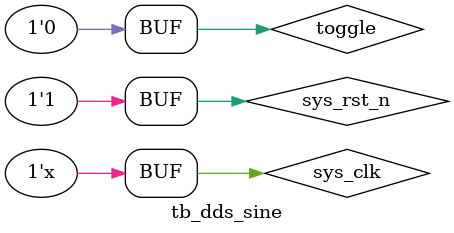
<source format=v>
`timescale 1ns/1ns

module tb_dds_sine();

reg sys_clk;
reg sys_rst_n;
reg toggle;

wire [15:0] sine_out_1MHZ;
wire [15:0] sine_out_2MHZ;
wire [15:0] sine_out_4MHZ;
wire [15:0] sine_out_5MHZ;

initial begin
    sys_clk = 1'b1;
    sys_rst_n <= 1'b0;
    toggle <=1'b0;
    #30
    sys_rst_n <=1'b1;
    #10
    toggle <= 1'b1;
    #20
    toggle <= 1'b0;
end

always #10 sys_clk = ~sys_clk;

dds_sine 
#(
    . SINE_FREQ ( 'd1_000_000       ), //目标正弦波频率1MHZ
    .INCLK_FREQ ( 'd50_000_000      ),//输入时钟频率1MHZ
    .SAMPLE_MAX ( 'd1024            )

)
dds_sine_1MHZ
(
    .sys_clk     (sys_clk   ),
    .sys_rst_n   (sys_rst_n ),
    .toggle      (toggle    ),

    .sine_out    (sine_out_1MHZ  )
);


dds_sine 
#(
    . SINE_FREQ ( 'd2_000_000       ), //目标正弦波频率1MHZ
    .INCLK_FREQ ( 'd50_000_000      ),//输入时钟频率1MHZ
    .SAMPLE_MAX ( 'd1024            )

)
dds_sine_2MHZ
(
    .sys_clk     (sys_clk   ),
    .sys_rst_n   (sys_rst_n ),
    .toggle      (toggle    ),

    .sine_out    (sine_out_2MHZ  )
);

dds_sine 
#(
    . SINE_FREQ ( 'd4_000_000       ), //目标正弦波频率1MHZ
    .INCLK_FREQ ( 'd50_000_000      ),//输入时钟频率1MHZ
    .SAMPLE_MAX ( 'd1024            )

)
dds_sine_4MHZ
(
    .sys_clk     (sys_clk   ),
    .sys_rst_n   (sys_rst_n ),
    .toggle      (toggle    ),

    .sine_out    (sine_out_4MHZ  )
);


dds_sine 
#(
    . SINE_FREQ ( 'd5_000_000       ), //目标正弦波频率1MHZ
    .INCLK_FREQ ( 'd50_000_000      ),//输入时钟频率1MHZ
    .SAMPLE_MAX ( 'd1024            )

)
dds_sine_5MHZ
(
    .sys_clk     (sys_clk   ),
    .sys_rst_n   (sys_rst_n ),
    .toggle      (toggle    ),

    .sine_out    (sine_out_5MHZ  )
);
endmodule
</source>
